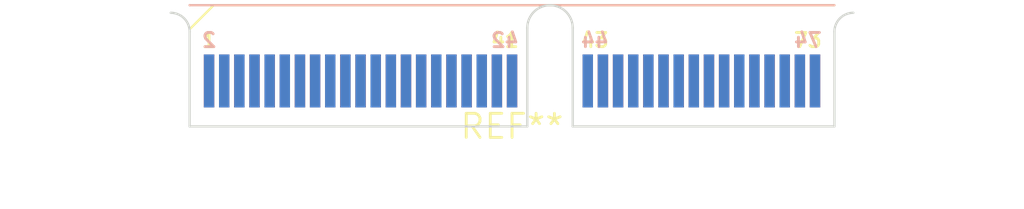
<source format=kicad_pcb>
(kicad_pcb (version 20240108) (generator pcbnew)
  (layers (0 "F.Cu" signal) (31 "B.Cu" signal) (34 "B.Paste" user) (35 "F.Paste" user) (36 "B.SilkS" user "B.Silkscreen") (37 "F.SilkS" user "F.Silkscreen") (38 "B.Mask" user) (39 "F.Mask" user) (44 "Edge.Cuts" user))
  (net 0 "")
  (footprint "Samtec_HSEC8-137-X-X-DV_2x37_P0.8mm_Wing_Edge" (layer "F.Cu") (at 0 0)
    (property "Reference" "REF**")
    (property "Value" "Samtec_HSEC8-137-X-X-DV_2x37_P0.8mm_Wing_Edge")
    (fp_line (start -17.025 -6.4) (end -17.025 -6.4) (layer "B.SilkS") (stroke (width 0.12)))
    (fp_line (start -17.025 -6.4) (end 17.025 -6.4) (layer "B.SilkS") (stroke (width 0.12)))
    (fp_line (start -17.025 -5.13) (end -15.755 -6.4) (layer "F.SilkS") (stroke (width 0.12)))
    (fp_line (start -15.755 -6.4) (end 17.025 -6.4) (layer "F.SilkS") (stroke (width 0.12)))
    (fp_line (start -17.025 -5) (end -17.025 0) (layer "Edge.Cuts") (stroke (width 0.12)))
    (fp_line (start -17.025 0) (end 0.805 0) (layer "Edge.Cuts") (stroke (width 0.12)))
    (fp_line (start 0.805 0) (end 0.805 -5.2) (layer "Edge.Cuts") (stroke (width 0.12)))
    (fp_line (start 3.205 -5.2) (end 3.205 0) (layer "Edge.Cuts") (stroke (width 0.12)))
    (fp_line (start 3.205 0) (end 17.025 0) (layer "Edge.Cuts") (stroke (width 0.12)))
    (fp_line (start 17.025 0) (end 17.025 -5) (layer "Edge.Cuts") (stroke (width 0.12)))
    (fp_arc (start -18.025 -6) (mid -17.317893 -5.707107) (end -17.025 -5) (layer "Edge.Cuts") (stroke (width 0.12)))
    (fp_arc (start 0.805 -5.2) (mid 2.005 -6.4) (end 3.205 -5.2) (layer "Edge.Cuts") (stroke (width 0.12)))
    (fp_arc (start 17.025 -5) (mid 17.317893 -5.707107) (end 18.025 -6) (layer "Edge.Cuts") (stroke (width 0.12)))
    (fp_text user "74" (at 15.625 -4.55 0) (layer "B.SilkS") (effects (font (size 0.75 0.75)) (justify mirror)))
    (fp_text user "44" (at 4.375 -4.55 0) (layer "B.SilkS") (effects (font (size 0.75 0.75)) (justify mirror)))
    (fp_text user "42" (at -0.375 -4.55 0) (layer "B.SilkS") (effects (font (size 0.75 0.75)) (justify mirror)))
    (fp_text user "2" (at -16 -4.55 0) (layer "B.SilkS") (effects (font (size 0.75 0.75)) (justify mirror)))
    (fp_text user "1" (at -16 -4.55 0) (layer "F.SilkS") (effects (font (size 0.75 0.75))))
    (fp_text user "41" (at -0.375 -4.55 0) (layer "F.SilkS") (effects (font (size 0.75 0.75))))
    (fp_text user "43" (at 4.375 -4.55 0) (layer "F.SilkS") (effects (font (size 0.75 0.75))))
    (fp_text user "73" (at 15.625 -4.55 0) (layer "F.SilkS") (effects (font (size 0.75 0.75))))
    (pad "1" connect rect (at -16 -2.4) (size 0.55 2.8) (layers "F.Cu" "F.Mask"))
    (pad "2" connect rect (at -16 -2.4) (size 0.55 2.8) (layers "B.Cu" "B.Mask"))
    (pad "3" connect rect (at -15.2 -2.4) (size 0.55 2.8) (layers "F.Cu" "F.Mask"))
    (pad "4" connect rect (at -15.2 -2.4) (size 0.55 2.8) (layers "B.Cu" "B.Mask"))
    (pad "5" connect rect (at -14.4 -2.4) (size 0.55 2.8) (layers "F.Cu" "F.Mask"))
    (pad "6" connect rect (at -14.4 -2.4) (size 0.55 2.8) (layers "B.Cu" "B.Mask"))
    (pad "7" connect rect (at -13.6 -2.4) (size 0.55 2.8) (layers "F.Cu" "F.Mask"))
    (pad "8" connect rect (at -13.6 -2.4) (size 0.55 2.8) (layers "B.Cu" "B.Mask"))
    (pad "9" connect rect (at -12.8 -2.4) (size 0.55 2.8) (layers "F.Cu" "F.Mask"))
    (pad "10" connect rect (at -12.8 -2.4) (size 0.55 2.8) (layers "B.Cu" "B.Mask"))
    (pad "11" connect rect (at -12 -2.4) (size 0.55 2.8) (layers "F.Cu" "F.Mask"))
    (pad "12" connect rect (at -12 -2.4) (size 0.55 2.8) (layers "B.Cu" "B.Mask"))
    (pad "13" connect rect (at -11.2 -2.4) (size 0.55 2.8) (layers "F.Cu" "F.Mask"))
    (pad "14" connect rect (at -11.2 -2.4) (size 0.55 2.8) (layers "B.Cu" "B.Mask"))
    (pad "15" connect rect (at -10.4 -2.4) (size 0.55 2.8) (layers "F.Cu" "F.Mask"))
    (pad "16" connect rect (at -10.4 -2.4) (size 0.55 2.8) (layers "B.Cu" "B.Mask"))
    (pad "17" connect rect (at -9.6 -2.4) (size 0.55 2.8) (layers "F.Cu" "F.Mask"))
    (pad "18" connect rect (at -9.6 -2.4) (size 0.55 2.8) (layers "B.Cu" "B.Mask"))
    (pad "19" connect rect (at -8.8 -2.4) (size 0.55 2.8) (layers "F.Cu" "F.Mask"))
    (pad "20" connect rect (at -8.8 -2.4) (size 0.55 2.8) (layers "B.Cu" "B.Mask"))
    (pad "21" connect rect (at -8 -2.4) (size 0.55 2.8) (layers "F.Cu" "F.Mask"))
    (pad "22" connect rect (at -8 -2.4) (size 0.55 2.8) (layers "B.Cu" "B.Mask"))
    (pad "23" connect rect (at -7.2 -2.4) (size 0.55 2.8) (layers "F.Cu" "F.Mask"))
    (pad "24" connect rect (at -7.2 -2.4) (size 0.55 2.8) (layers "B.Cu" "B.Mask"))
    (pad "25" connect rect (at -6.4 -2.4) (size 0.55 2.8) (layers "F.Cu" "F.Mask"))
    (pad "26" connect rect (at -6.4 -2.4) (size 0.55 2.8) (layers "B.Cu" "B.Mask"))
    (pad "27" connect rect (at -5.6 -2.4) (size 0.55 2.8) (layers "F.Cu" "F.Mask"))
    (pad "28" connect rect (at -5.6 -2.4) (size 0.55 2.8) (layers "B.Cu" "B.Mask"))
    (pad "29" connect rect (at -4.8 -2.4) (size 0.55 2.8) (layers "F.Cu" "F.Mask"))
    (pad "30" connect rect (at -4.8 -2.4) (size 0.55 2.8) (layers "B.Cu" "B.Mask"))
    (pad "31" connect rect (at -4 -2.4) (size 0.55 2.8) (layers "F.Cu" "F.Mask"))
    (pad "32" connect rect (at -4 -2.4) (size 0.55 2.8) (layers "B.Cu" "B.Mask"))
    (pad "33" connect rect (at -3.2 -2.4) (size 0.55 2.8) (layers "F.Cu" "F.Mask"))
    (pad "34" connect rect (at -3.2 -2.4) (size 0.55 2.8) (layers "B.Cu" "B.Mask"))
    (pad "35" connect rect (at -2.4 -2.4) (size 0.55 2.8) (layers "F.Cu" "F.Mask"))
    (pad "36" connect rect (at -2.4 -2.4) (size 0.55 2.8) (layers "B.Cu" "B.Mask"))
    (pad "37" connect rect (at -1.6 -2.4) (size 0.55 2.8) (layers "F.Cu" "F.Mask"))
    (pad "38" connect rect (at -1.6 -2.4) (size 0.55 2.8) (layers "B.Cu" "B.Mask"))
    (pad "39" connect rect (at -0.8 -2.4) (size 0.55 2.8) (layers "F.Cu" "F.Mask"))
    (pad "40" connect rect (at -0.8 -2.4) (size 0.55 2.8) (layers "B.Cu" "B.Mask"))
    (pad "41" connect rect (at 0 -2.4) (size 0.55 2.8) (layers "F.Cu" "F.Mask"))
    (pad "42" connect rect (at 0 -2.4) (size 0.55 2.8) (layers "B.Cu" "B.Mask"))
    (pad "43" connect rect (at 4 -2.4) (size 0.55 2.8) (layers "F.Cu" "F.Mask"))
    (pad "44" connect rect (at 4 -2.4) (size 0.55 2.8) (layers "B.Cu" "B.Mask"))
    (pad "45" connect rect (at 4.8 -2.4) (size 0.55 2.8) (layers "F.Cu" "F.Mask"))
    (pad "46" connect rect (at 4.8 -2.4) (size 0.55 2.8) (layers "B.Cu" "B.Mask"))
    (pad "47" connect rect (at 5.6 -2.4) (size 0.55 2.8) (layers "F.Cu" "F.Mask"))
    (pad "48" connect rect (at 5.6 -2.4) (size 0.55 2.8) (layers "B.Cu" "B.Mask"))
    (pad "49" connect rect (at 6.4 -2.4) (size 0.55 2.8) (layers "F.Cu" "F.Mask"))
    (pad "50" connect rect (at 6.4 -2.4) (size 0.55 2.8) (layers "B.Cu" "B.Mask"))
    (pad "51" connect rect (at 7.2 -2.4) (size 0.55 2.8) (layers "F.Cu" "F.Mask"))
    (pad "52" connect rect (at 7.2 -2.4) (size 0.55 2.8) (layers "B.Cu" "B.Mask"))
    (pad "53" connect rect (at 8 -2.4) (size 0.55 2.8) (layers "F.Cu" "F.Mask"))
    (pad "54" connect rect (at 8 -2.4) (size 0.55 2.8) (layers "B.Cu" "B.Mask"))
    (pad "55" connect rect (at 8.8 -2.4) (size 0.55 2.8) (layers "F.Cu" "F.Mask"))
    (pad "56" connect rect (at 8.8 -2.4) (size 0.55 2.8) (layers "B.Cu" "B.Mask"))
    (pad "57" connect rect (at 9.6 -2.4) (size 0.55 2.8) (layers "F.Cu" "F.Mask"))
    (pad "58" connect rect (at 9.6 -2.4) (size 0.55 2.8) (layers "B.Cu" "B.Mask"))
    (pad "59" connect rect (at 10.4 -2.4) (size 0.55 2.8) (layers "F.Cu" "F.Mask"))
    (pad "60" connect rect (at 10.4 -2.4) (size 0.55 2.8) (layers "B.Cu" "B.Mask"))
    (pad "61" connect rect (at 11.2 -2.4) (size 0.55 2.8) (layers "F.Cu" "F.Mask"))
    (pad "62" connect rect (at 11.2 -2.4) (size 0.55 2.8) (layers "B.Cu" "B.Mask"))
    (pad "63" connect rect (at 12 -2.4) (size 0.55 2.8) (layers "F.Cu" "F.Mask"))
    (pad "64" connect rect (at 12 -2.4) (size 0.55 2.8) (layers "B.Cu" "B.Mask"))
    (pad "65" connect rect (at 12.8 -2.4) (size 0.55 2.8) (layers "F.Cu" "F.Mask"))
    (pad "66" connect rect (at 12.8 -2.4) (size 0.55 2.8) (layers "B.Cu" "B.Mask"))
    (pad "67" connect rect (at 13.6 -2.4) (size 0.55 2.8) (layers "F.Cu" "F.Mask"))
    (pad "68" connect rect (at 13.6 -2.4) (size 0.55 2.8) (layers "B.Cu" "B.Mask"))
    (pad "69" connect rect (at 14.4 -2.4) (size 0.55 2.8) (layers "F.Cu" "F.Mask"))
    (pad "70" connect rect (at 14.4 -2.4) (size 0.55 2.8) (layers "B.Cu" "B.Mask"))
    (pad "71" connect rect (at 15.2 -2.4) (size 0.55 2.8) (layers "F.Cu" "F.Mask"))
    (pad "72" connect rect (at 15.2 -2.4) (size 0.55 2.8) (layers "B.Cu" "B.Mask"))
    (pad "73" connect rect (at 16 -2.4) (size 0.55 2.8) (layers "F.Cu" "F.Mask"))
    (pad "74" connect rect (at 16 -2.4) (size 0.55 2.8) (layers "B.Cu" "B.Mask"))
  )
)
</source>
